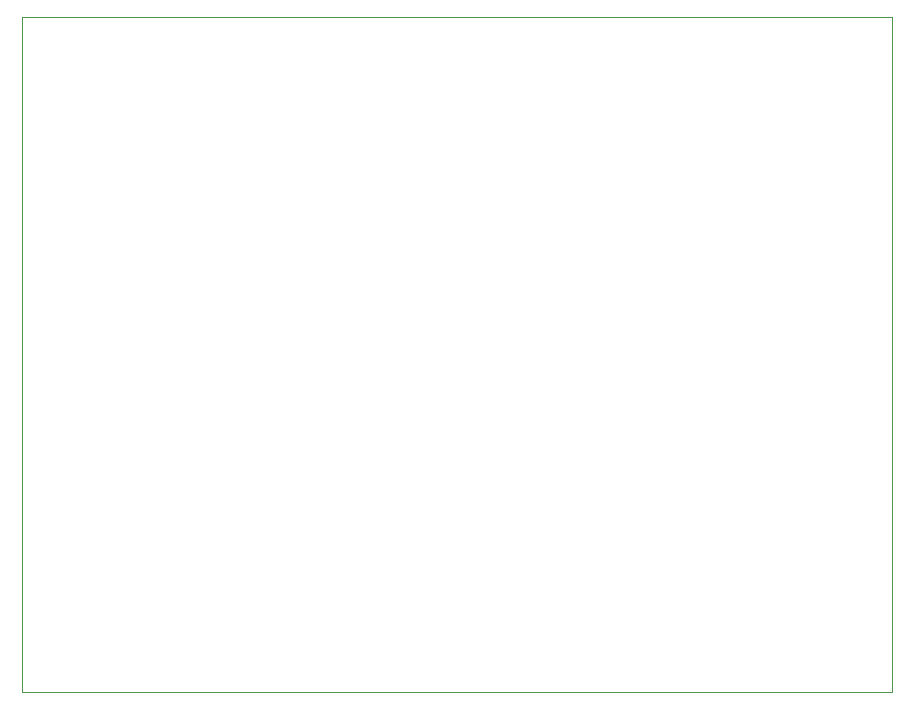
<source format=gbr>
%TF.GenerationSoftware,KiCad,Pcbnew,6.0.11-2627ca5db0~126~ubuntu20.04.1*%
%TF.CreationDate,2023-06-15T20:00:44-04:00*%
%TF.ProjectId,breakout,62726561-6b6f-4757-942e-6b696361645f,rev?*%
%TF.SameCoordinates,Original*%
%TF.FileFunction,Profile,NP*%
%FSLAX46Y46*%
G04 Gerber Fmt 4.6, Leading zero omitted, Abs format (unit mm)*
G04 Created by KiCad (PCBNEW 6.0.11-2627ca5db0~126~ubuntu20.04.1) date 2023-06-15 20:00:44*
%MOMM*%
%LPD*%
G01*
G04 APERTURE LIST*
%TA.AperFunction,Profile*%
%ADD10C,0.100000*%
%TD*%
G04 APERTURE END LIST*
D10*
X107950000Y-82550000D02*
X181610000Y-82550000D01*
X181610000Y-82550000D02*
X181610000Y-139700000D01*
X181610000Y-139700000D02*
X107950000Y-139700000D01*
X107950000Y-139700000D02*
X107950000Y-82550000D01*
M02*

</source>
